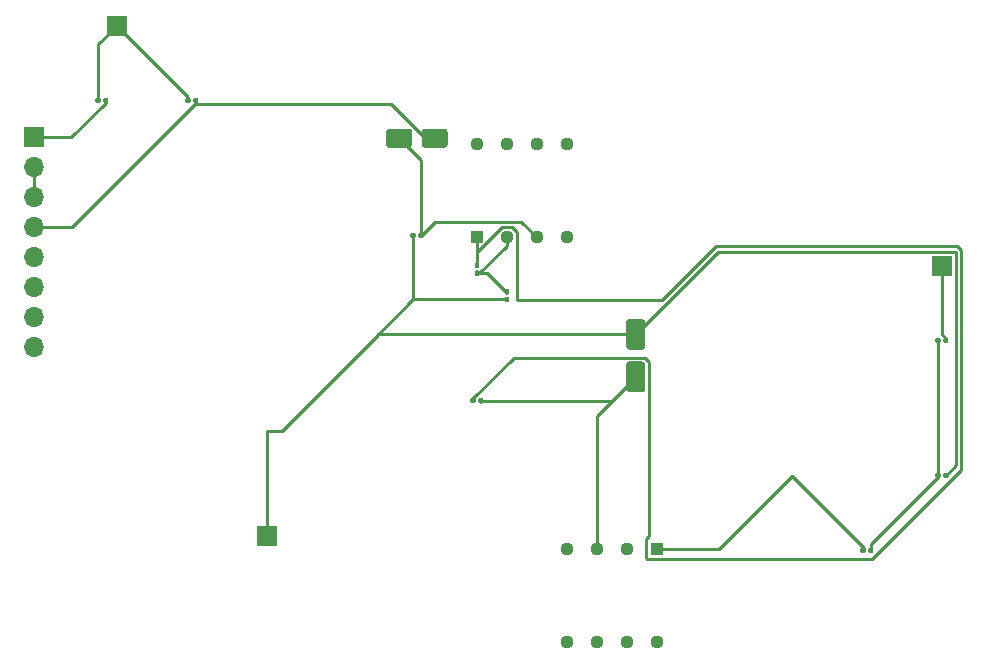
<source format=gbr>
%TF.GenerationSoftware,KiCad,Pcbnew,(5.1.10)-1*%
%TF.CreationDate,2021-11-07T17:04:31-05:00*%
%TF.ProjectId,kicad,6b696361-642e-46b6-9963-61645f706362,rev?*%
%TF.SameCoordinates,Original*%
%TF.FileFunction,Copper,L1,Top*%
%TF.FilePolarity,Positive*%
%FSLAX46Y46*%
G04 Gerber Fmt 4.6, Leading zero omitted, Abs format (unit mm)*
G04 Created by KiCad (PCBNEW (5.1.10)-1) date 2021-11-07 17:04:31*
%MOMM*%
%LPD*%
G01*
G04 APERTURE LIST*
%TA.AperFunction,ComponentPad*%
%ADD10R,1.130000X1.130000*%
%TD*%
%TA.AperFunction,ComponentPad*%
%ADD11C,1.130000*%
%TD*%
%TA.AperFunction,ComponentPad*%
%ADD12R,1.700000X1.700000*%
%TD*%
%TA.AperFunction,ComponentPad*%
%ADD13O,1.700000X1.700000*%
%TD*%
%TA.AperFunction,Conductor*%
%ADD14C,0.250000*%
%TD*%
G04 APERTURE END LIST*
D10*
%TO.P,U3,1*%
%TO.N,Net-(R8-Pad1)*%
X201930000Y-138270000D03*
D11*
%TO.P,U3,2*%
%TO.N,Net-(1k2-Pad1)*%
X199390000Y-138270000D03*
%TO.P,U3,3*%
%TO.N,Net-(C2-Pad1)*%
X196850000Y-138270000D03*
%TO.P,U3,4*%
%TO.N,N/C*%
X194310000Y-138270000D03*
%TO.P,U3,5*%
X194310000Y-146210000D03*
%TO.P,U3,6*%
X196850000Y-146210000D03*
%TO.P,U3,7*%
X199390000Y-146210000D03*
%TO.P,U3,8*%
X201930000Y-146210000D03*
%TD*%
D12*
%TO.P,Vin2,1*%
%TO.N,Net-(D1-Pad1)*%
X226060000Y-114300000D03*
%TD*%
%TO.P,Vin1,1*%
%TO.N,Net-(R1-Pad1)*%
X156210000Y-93980000D03*
%TD*%
D11*
%TO.P,U2,8*%
%TO.N,N/C*%
X186690000Y-103980000D03*
%TO.P,U2,7*%
X189230000Y-103980000D03*
%TO.P,U2,6*%
X191770000Y-103980000D03*
%TO.P,U2,5*%
X194310000Y-103980000D03*
%TO.P,U2,4*%
X194310000Y-111920000D03*
%TO.P,U2,3*%
%TO.N,Net-(C1-Pad1)*%
X191770000Y-111920000D03*
%TO.P,U2,2*%
%TO.N,Net-(R5-Pad2)*%
X189230000Y-111920000D03*
D10*
%TO.P,U2,1*%
%TO.N,Net-(R5-Pad1)*%
X186690000Y-111920000D03*
%TD*%
D12*
%TO.P,U1,1*%
%TO.N,Net-(R1-Pad2)*%
X149145001Y-103425001D03*
D13*
%TO.P,U1,2*%
%TO.N,Net-(1k2-Pad2)*%
X149145001Y-105965001D03*
%TO.P,U1,3*%
X149145001Y-108505001D03*
%TO.P,U1,4*%
%TO.N,Net-(C1-Pad2)*%
X149145001Y-111045001D03*
%TO.P,U1,5*%
%TO.N,N/C*%
X149145001Y-113585001D03*
%TO.P,U1,6*%
X149145001Y-116125001D03*
%TO.P,U1,7*%
X149145001Y-118665001D03*
%TO.P,U1,8*%
X149145001Y-121205001D03*
%TD*%
%TO.P,R9,1*%
%TO.N,Net-(D1-Pad2)*%
%TA.AperFunction,SMDPad,CuDef*%
G36*
G01*
X220260000Y-138330000D02*
X220260000Y-138530000D01*
G75*
G02*
X220160000Y-138630000I-100000J0D01*
G01*
X219900000Y-138630000D01*
G75*
G02*
X219800000Y-138530000I0J100000D01*
G01*
X219800000Y-138330000D01*
G75*
G02*
X219900000Y-138230000I100000J0D01*
G01*
X220160000Y-138230000D01*
G75*
G02*
X220260000Y-138330000I0J-100000D01*
G01*
G37*
%TD.AperFunction*%
%TO.P,R9,2*%
%TO.N,Net-(R8-Pad1)*%
%TA.AperFunction,SMDPad,CuDef*%
G36*
G01*
X219620000Y-138330000D02*
X219620000Y-138530000D01*
G75*
G02*
X219520000Y-138630000I-100000J0D01*
G01*
X219260000Y-138630000D01*
G75*
G02*
X219160000Y-138530000I0J100000D01*
G01*
X219160000Y-138330000D01*
G75*
G02*
X219260000Y-138230000I100000J0D01*
G01*
X219520000Y-138230000D01*
G75*
G02*
X219620000Y-138330000I0J-100000D01*
G01*
G37*
%TD.AperFunction*%
%TD*%
%TO.P,R6,1*%
%TO.N,Net-(R5-Pad1)*%
%TA.AperFunction,SMDPad,CuDef*%
G36*
G01*
X186140000Y-125830000D02*
X186140000Y-125630000D01*
G75*
G02*
X186240000Y-125530000I100000J0D01*
G01*
X186500000Y-125530000D01*
G75*
G02*
X186600000Y-125630000I0J-100000D01*
G01*
X186600000Y-125830000D01*
G75*
G02*
X186500000Y-125930000I-100000J0D01*
G01*
X186240000Y-125930000D01*
G75*
G02*
X186140000Y-125830000I0J100000D01*
G01*
G37*
%TD.AperFunction*%
%TO.P,R6,2*%
%TO.N,Net-(C2-Pad1)*%
%TA.AperFunction,SMDPad,CuDef*%
G36*
G01*
X186780000Y-125830000D02*
X186780000Y-125630000D01*
G75*
G02*
X186880000Y-125530000I100000J0D01*
G01*
X187140000Y-125530000D01*
G75*
G02*
X187240000Y-125630000I0J-100000D01*
G01*
X187240000Y-125830000D01*
G75*
G02*
X187140000Y-125930000I-100000J0D01*
G01*
X186880000Y-125930000D01*
G75*
G02*
X186780000Y-125830000I0J100000D01*
G01*
G37*
%TD.AperFunction*%
%TD*%
%TO.P,R5,2*%
%TO.N,Net-(R5-Pad2)*%
%TA.AperFunction,SMDPad,CuDef*%
G36*
G01*
X186590000Y-114710000D02*
X186790000Y-114710000D01*
G75*
G02*
X186890000Y-114810000I0J-100000D01*
G01*
X186890000Y-115070000D01*
G75*
G02*
X186790000Y-115170000I-100000J0D01*
G01*
X186590000Y-115170000D01*
G75*
G02*
X186490000Y-115070000I0J100000D01*
G01*
X186490000Y-114810000D01*
G75*
G02*
X186590000Y-114710000I100000J0D01*
G01*
G37*
%TD.AperFunction*%
%TO.P,R5,1*%
%TO.N,Net-(R5-Pad1)*%
%TA.AperFunction,SMDPad,CuDef*%
G36*
G01*
X186590000Y-114070000D02*
X186790000Y-114070000D01*
G75*
G02*
X186890000Y-114170000I0J-100000D01*
G01*
X186890000Y-114430000D01*
G75*
G02*
X186790000Y-114530000I-100000J0D01*
G01*
X186590000Y-114530000D01*
G75*
G02*
X186490000Y-114430000I0J100000D01*
G01*
X186490000Y-114170000D01*
G75*
G02*
X186590000Y-114070000I100000J0D01*
G01*
G37*
%TD.AperFunction*%
%TD*%
%TO.P,r4,1*%
%TO.N,Net-(R5-Pad2)*%
%TA.AperFunction,SMDPad,CuDef*%
G36*
G01*
X189130000Y-116290000D02*
X189330000Y-116290000D01*
G75*
G02*
X189430000Y-116390000I0J-100000D01*
G01*
X189430000Y-116650000D01*
G75*
G02*
X189330000Y-116750000I-100000J0D01*
G01*
X189130000Y-116750000D01*
G75*
G02*
X189030000Y-116650000I0J100000D01*
G01*
X189030000Y-116390000D01*
G75*
G02*
X189130000Y-116290000I100000J0D01*
G01*
G37*
%TD.AperFunction*%
%TO.P,r4,2*%
%TO.N,Net-(1k2-Pad2)*%
%TA.AperFunction,SMDPad,CuDef*%
G36*
G01*
X189130000Y-116930000D02*
X189330000Y-116930000D01*
G75*
G02*
X189430000Y-117030000I0J-100000D01*
G01*
X189430000Y-117290000D01*
G75*
G02*
X189330000Y-117390000I-100000J0D01*
G01*
X189130000Y-117390000D01*
G75*
G02*
X189030000Y-117290000I0J100000D01*
G01*
X189030000Y-117030000D01*
G75*
G02*
X189130000Y-116930000I100000J0D01*
G01*
G37*
%TD.AperFunction*%
%TD*%
%TO.P,R3,1*%
%TO.N,Net-(1k2-Pad2)*%
%TA.AperFunction,SMDPad,CuDef*%
G36*
G01*
X181060000Y-111860000D02*
X181060000Y-111660000D01*
G75*
G02*
X181160000Y-111560000I100000J0D01*
G01*
X181420000Y-111560000D01*
G75*
G02*
X181520000Y-111660000I0J-100000D01*
G01*
X181520000Y-111860000D01*
G75*
G02*
X181420000Y-111960000I-100000J0D01*
G01*
X181160000Y-111960000D01*
G75*
G02*
X181060000Y-111860000I0J100000D01*
G01*
G37*
%TD.AperFunction*%
%TO.P,R3,2*%
%TO.N,Net-(C1-Pad1)*%
%TA.AperFunction,SMDPad,CuDef*%
G36*
G01*
X181700000Y-111860000D02*
X181700000Y-111660000D01*
G75*
G02*
X181800000Y-111560000I100000J0D01*
G01*
X182060000Y-111560000D01*
G75*
G02*
X182160000Y-111660000I0J-100000D01*
G01*
X182160000Y-111860000D01*
G75*
G02*
X182060000Y-111960000I-100000J0D01*
G01*
X181800000Y-111960000D01*
G75*
G02*
X181700000Y-111860000I0J100000D01*
G01*
G37*
%TD.AperFunction*%
%TD*%
%TO.P,R2,1*%
%TO.N,Net-(R1-Pad1)*%
%TA.AperFunction,SMDPad,CuDef*%
G36*
G01*
X162010000Y-100430000D02*
X162010000Y-100230000D01*
G75*
G02*
X162110000Y-100130000I100000J0D01*
G01*
X162370000Y-100130000D01*
G75*
G02*
X162470000Y-100230000I0J-100000D01*
G01*
X162470000Y-100430000D01*
G75*
G02*
X162370000Y-100530000I-100000J0D01*
G01*
X162110000Y-100530000D01*
G75*
G02*
X162010000Y-100430000I0J100000D01*
G01*
G37*
%TD.AperFunction*%
%TO.P,R2,2*%
%TO.N,Net-(C1-Pad2)*%
%TA.AperFunction,SMDPad,CuDef*%
G36*
G01*
X162650000Y-100430000D02*
X162650000Y-100230000D01*
G75*
G02*
X162750000Y-100130000I100000J0D01*
G01*
X163010000Y-100130000D01*
G75*
G02*
X163110000Y-100230000I0J-100000D01*
G01*
X163110000Y-100430000D01*
G75*
G02*
X163010000Y-100530000I-100000J0D01*
G01*
X162750000Y-100530000D01*
G75*
G02*
X162650000Y-100430000I0J100000D01*
G01*
G37*
%TD.AperFunction*%
%TD*%
%TO.P,R1,1*%
%TO.N,Net-(R1-Pad1)*%
%TA.AperFunction,SMDPad,CuDef*%
G36*
G01*
X154390000Y-100430000D02*
X154390000Y-100230000D01*
G75*
G02*
X154490000Y-100130000I100000J0D01*
G01*
X154750000Y-100130000D01*
G75*
G02*
X154850000Y-100230000I0J-100000D01*
G01*
X154850000Y-100430000D01*
G75*
G02*
X154750000Y-100530000I-100000J0D01*
G01*
X154490000Y-100530000D01*
G75*
G02*
X154390000Y-100430000I0J100000D01*
G01*
G37*
%TD.AperFunction*%
%TO.P,R1,2*%
%TO.N,Net-(R1-Pad2)*%
%TA.AperFunction,SMDPad,CuDef*%
G36*
G01*
X155030000Y-100430000D02*
X155030000Y-100230000D01*
G75*
G02*
X155130000Y-100130000I100000J0D01*
G01*
X155390000Y-100130000D01*
G75*
G02*
X155490000Y-100230000I0J-100000D01*
G01*
X155490000Y-100430000D01*
G75*
G02*
X155390000Y-100530000I-100000J0D01*
G01*
X155130000Y-100530000D01*
G75*
G02*
X155030000Y-100430000I0J100000D01*
G01*
G37*
%TD.AperFunction*%
%TD*%
D12*
%TO.P,gnd1,1*%
%TO.N,Net-(1k2-Pad2)*%
X168910000Y-137160000D03*
%TD*%
%TO.P,D2,1*%
%TO.N,Net-(D1-Pad2)*%
%TA.AperFunction,SMDPad,CuDef*%
G36*
G01*
X225510000Y-132180000D02*
X225510000Y-131980000D01*
G75*
G02*
X225610000Y-131880000I100000J0D01*
G01*
X225870000Y-131880000D01*
G75*
G02*
X225970000Y-131980000I0J-100000D01*
G01*
X225970000Y-132180000D01*
G75*
G02*
X225870000Y-132280000I-100000J0D01*
G01*
X225610000Y-132280000D01*
G75*
G02*
X225510000Y-132180000I0J100000D01*
G01*
G37*
%TD.AperFunction*%
%TO.P,D2,2*%
%TO.N,Net-(1k2-Pad2)*%
%TA.AperFunction,SMDPad,CuDef*%
G36*
G01*
X226150000Y-132180000D02*
X226150000Y-131980000D01*
G75*
G02*
X226250000Y-131880000I100000J0D01*
G01*
X226510000Y-131880000D01*
G75*
G02*
X226610000Y-131980000I0J-100000D01*
G01*
X226610000Y-132180000D01*
G75*
G02*
X226510000Y-132280000I-100000J0D01*
G01*
X226250000Y-132280000D01*
G75*
G02*
X226150000Y-132180000I0J100000D01*
G01*
G37*
%TD.AperFunction*%
%TD*%
%TO.P,D1,1*%
%TO.N,Net-(D1-Pad1)*%
%TA.AperFunction,SMDPad,CuDef*%
G36*
G01*
X226610000Y-120550000D02*
X226610000Y-120750000D01*
G75*
G02*
X226510000Y-120850000I-100000J0D01*
G01*
X226250000Y-120850000D01*
G75*
G02*
X226150000Y-120750000I0J100000D01*
G01*
X226150000Y-120550000D01*
G75*
G02*
X226250000Y-120450000I100000J0D01*
G01*
X226510000Y-120450000D01*
G75*
G02*
X226610000Y-120550000I0J-100000D01*
G01*
G37*
%TD.AperFunction*%
%TO.P,D1,2*%
%TO.N,Net-(D1-Pad2)*%
%TA.AperFunction,SMDPad,CuDef*%
G36*
G01*
X225970000Y-120550000D02*
X225970000Y-120750000D01*
G75*
G02*
X225870000Y-120850000I-100000J0D01*
G01*
X225610000Y-120850000D01*
G75*
G02*
X225510000Y-120750000I0J100000D01*
G01*
X225510000Y-120550000D01*
G75*
G02*
X225610000Y-120450000I100000J0D01*
G01*
X225870000Y-120450000D01*
G75*
G02*
X225970000Y-120550000I0J-100000D01*
G01*
G37*
%TD.AperFunction*%
%TD*%
%TO.P,C2,2*%
%TO.N,Net-(1k2-Pad2)*%
%TA.AperFunction,SMDPad,CuDef*%
G36*
G01*
X200680000Y-121420000D02*
X199580000Y-121420000D01*
G75*
G02*
X199330000Y-121170000I0J250000D01*
G01*
X199330000Y-119070000D01*
G75*
G02*
X199580000Y-118820000I250000J0D01*
G01*
X200680000Y-118820000D01*
G75*
G02*
X200930000Y-119070000I0J-250000D01*
G01*
X200930000Y-121170000D01*
G75*
G02*
X200680000Y-121420000I-250000J0D01*
G01*
G37*
%TD.AperFunction*%
%TO.P,C2,1*%
%TO.N,Net-(C2-Pad1)*%
%TA.AperFunction,SMDPad,CuDef*%
G36*
G01*
X200680000Y-125020000D02*
X199580000Y-125020000D01*
G75*
G02*
X199330000Y-124770000I0J250000D01*
G01*
X199330000Y-122670000D01*
G75*
G02*
X199580000Y-122420000I250000J0D01*
G01*
X200680000Y-122420000D01*
G75*
G02*
X200930000Y-122670000I0J-250000D01*
G01*
X200930000Y-124770000D01*
G75*
G02*
X200680000Y-125020000I-250000J0D01*
G01*
G37*
%TD.AperFunction*%
%TD*%
%TO.P,C1,2*%
%TO.N,Net-(C1-Pad2)*%
%TA.AperFunction,SMDPad,CuDef*%
G36*
G01*
X181995001Y-104075001D02*
X181995001Y-102975001D01*
G75*
G02*
X182245001Y-102725001I250000J0D01*
G01*
X183945001Y-102725001D01*
G75*
G02*
X184195001Y-102975001I0J-250000D01*
G01*
X184195001Y-104075001D01*
G75*
G02*
X183945001Y-104325001I-250000J0D01*
G01*
X182245001Y-104325001D01*
G75*
G02*
X181995001Y-104075001I0J250000D01*
G01*
G37*
%TD.AperFunction*%
%TO.P,C1,1*%
%TO.N,Net-(C1-Pad1)*%
%TA.AperFunction,SMDPad,CuDef*%
G36*
G01*
X178995001Y-104075001D02*
X178995001Y-102975001D01*
G75*
G02*
X179245001Y-102725001I250000J0D01*
G01*
X180945001Y-102725001D01*
G75*
G02*
X181195001Y-102975001I0J-250000D01*
G01*
X181195001Y-104075001D01*
G75*
G02*
X180945001Y-104325001I-250000J0D01*
G01*
X179245001Y-104325001D01*
G75*
G02*
X178995001Y-104075001I0J250000D01*
G01*
G37*
%TD.AperFunction*%
%TD*%
D14*
%TO.N,Net-(C1-Pad2)*%
X182308191Y-103525001D02*
X183095001Y-103525001D01*
X179389238Y-100606048D02*
X182308191Y-103525001D01*
X162795010Y-100606048D02*
X179389238Y-100606048D01*
X152364999Y-111045001D02*
X149145001Y-111045001D01*
X162880000Y-100530000D02*
X152364999Y-111045001D01*
X162880000Y-100330000D02*
X162880000Y-100530000D01*
%TO.N,Net-(C1-Pad1)*%
X181930000Y-105360000D02*
X181930000Y-111760000D01*
X180095001Y-103525001D02*
X181930000Y-105360000D01*
X183110010Y-110579990D02*
X181930000Y-111760000D01*
X190429990Y-110579990D02*
X183110010Y-110579990D01*
X191770000Y-111920000D02*
X190429990Y-110579990D01*
%TO.N,Net-(C2-Pad1)*%
X186925010Y-125814990D02*
X187010000Y-125730000D01*
X198120000Y-125730000D02*
X200130000Y-123720000D01*
X187010000Y-125730000D02*
X198120000Y-125730000D01*
X196850000Y-127000000D02*
X200130000Y-123720000D01*
X196850000Y-138270000D02*
X196850000Y-127000000D01*
%TO.N,Net-(D1-Pad2)*%
X220030000Y-138430000D02*
X220030000Y-137874990D01*
X220030000Y-137874990D02*
X225824990Y-132080000D01*
X225740000Y-132080000D02*
X225740000Y-120734990D01*
X225740000Y-120734990D02*
X225824990Y-120650000D01*
%TO.N,Net-(1k2-Pad2)*%
X149145001Y-105965001D02*
X149145001Y-108505001D01*
%TO.N,Net-(R1-Pad2)*%
X155260000Y-100521058D02*
X155260000Y-100330000D01*
X152356057Y-103425001D02*
X155260000Y-100521058D01*
X149145001Y-103425001D02*
X152356057Y-103425001D01*
%TO.N,Net-(R1-Pad1)*%
X154620000Y-95570000D02*
X154620000Y-100330000D01*
X156210000Y-93980000D02*
X154620000Y-95570000D01*
X162240000Y-100010000D02*
X156210000Y-93980000D01*
X162240000Y-100330000D02*
X162240000Y-100010000D01*
%TO.N,Net-(R5-Pad2)*%
X189230000Y-112600000D02*
X189230000Y-111920000D01*
X186890000Y-114940000D02*
X189230000Y-112600000D01*
X186690000Y-114940000D02*
X186890000Y-114940000D01*
X186690000Y-114940000D02*
X187565010Y-114940000D01*
X189145010Y-116520000D02*
X189230000Y-116520000D01*
X187565010Y-114940000D02*
X189145010Y-116520000D01*
%TO.N,Net-(R5-Pad1)*%
X186370000Y-125410000D02*
X186370000Y-125730000D01*
X186690000Y-114300000D02*
X186690000Y-111920000D01*
X186370000Y-125538942D02*
X186370000Y-125730000D01*
X189813952Y-122094990D02*
X186370000Y-125538942D01*
X201255010Y-122431820D02*
X200918180Y-122094990D01*
X201255010Y-137229988D02*
X201255010Y-122431820D01*
X201039999Y-137444999D02*
X201255010Y-137229988D01*
X201039999Y-139095001D02*
X201039999Y-137444999D01*
X227685011Y-131606047D02*
X220131057Y-139160001D01*
X200918180Y-122094990D02*
X189813952Y-122094990D01*
X227685011Y-113003599D02*
X227685011Y-131606047D01*
X201104999Y-139160001D02*
X201039999Y-139095001D01*
X206938601Y-112674989D02*
X227356402Y-112674990D01*
X202393591Y-117219999D02*
X206938601Y-112674989D01*
X227356402Y-112674990D02*
X227685011Y-113003599D01*
X190120001Y-117219999D02*
X202393591Y-117219999D01*
X190120001Y-111492799D02*
X190120001Y-117219999D01*
X220131057Y-139160001D02*
X201104999Y-139160001D01*
X189657201Y-111029999D02*
X190120001Y-111492799D01*
X188802799Y-111029999D02*
X189657201Y-111029999D01*
X186690000Y-113142798D02*
X188802799Y-111029999D01*
X186690000Y-114300000D02*
X186690000Y-113142798D01*
%TO.N,Net-(R8-Pad1)*%
X219474990Y-138194990D02*
X219474990Y-138430000D01*
X213360000Y-132080000D02*
X219474990Y-138194990D01*
X201930000Y-138270000D02*
X207170000Y-138270000D01*
X207170000Y-138270000D02*
X213360000Y-132080000D01*
%TO.N,Net-(1k2-Pad2)*%
X170176410Y-128270000D02*
X168910000Y-128270000D01*
X181290000Y-111760000D02*
X181290000Y-117156410D01*
X181293590Y-117160000D02*
X181290000Y-117156410D01*
X189230000Y-117160000D02*
X181293590Y-117160000D01*
X178326410Y-120120000D02*
X177798205Y-120648205D01*
X200130000Y-120120000D02*
X178326410Y-120120000D01*
X177798205Y-120648205D02*
X170176410Y-128270000D01*
X181290000Y-117156410D02*
X177798205Y-120648205D01*
X168910000Y-128270000D02*
X168910000Y-137160000D01*
X227235001Y-131224999D02*
X226380000Y-132080000D01*
X227170001Y-113124999D02*
X227235001Y-113189999D01*
X207125001Y-113124999D02*
X227170001Y-113124999D01*
X227235001Y-113189999D02*
X227235001Y-131224999D01*
X200130000Y-120120000D02*
X207125001Y-113124999D01*
%TO.N,Net-(D1-Pad1)*%
X226380000Y-120458942D02*
X226380000Y-120650000D01*
X226060000Y-120138942D02*
X226380000Y-120458942D01*
X226060000Y-114300000D02*
X226060000Y-120138942D01*
%TD*%
M02*

</source>
